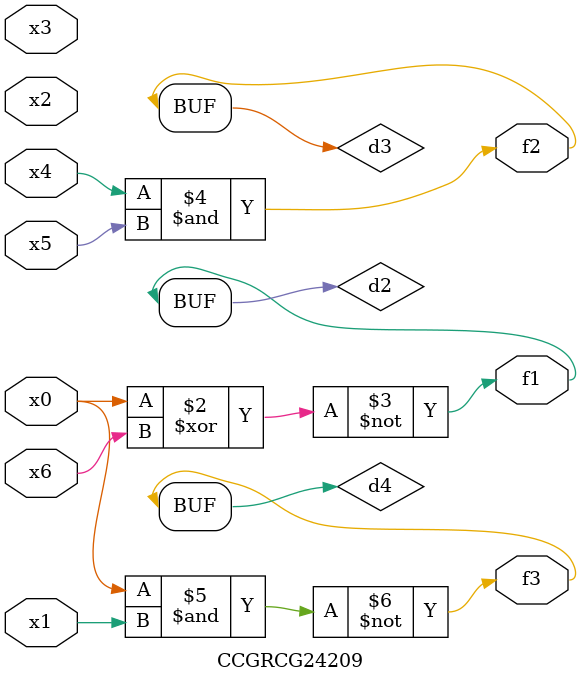
<source format=v>
module CCGRCG24209(
	input x0, x1, x2, x3, x4, x5, x6,
	output f1, f2, f3
);

	wire d1, d2, d3, d4;

	nor (d1, x0);
	xnor (d2, x0, x6);
	and (d3, x4, x5);
	nand (d4, x0, x1);
	assign f1 = d2;
	assign f2 = d3;
	assign f3 = d4;
endmodule

</source>
